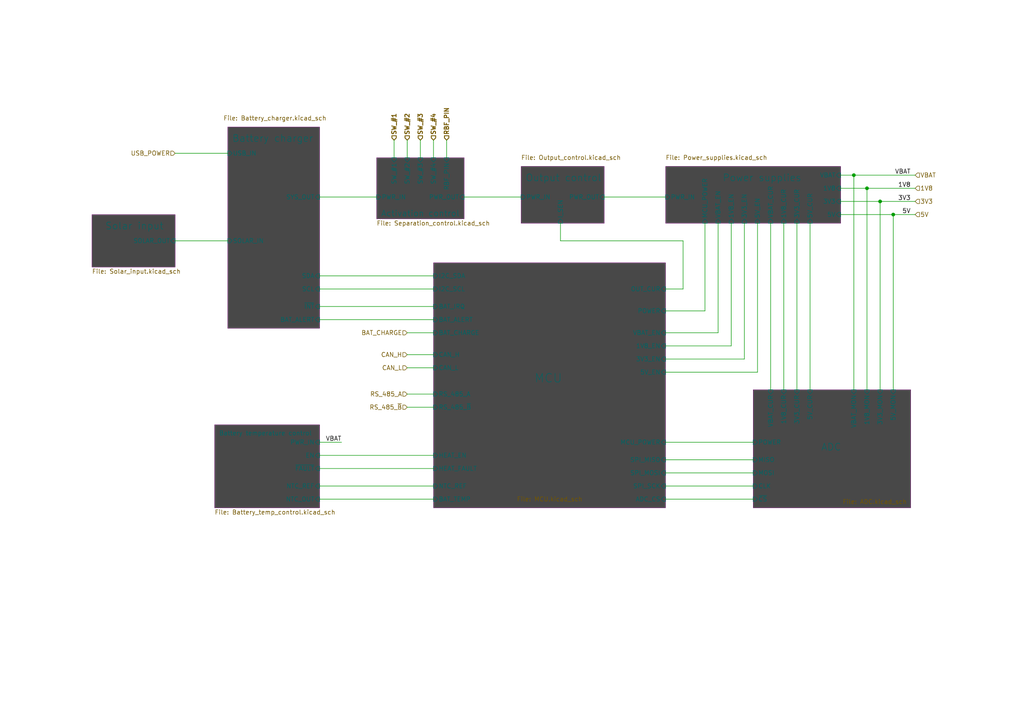
<source format=kicad_sch>
(kicad_sch (version 20210621) (generator eeschema)
  (paper "A4")
  (title_block (title "BUTCube - EPS") (date "2021-06-01") (rev "v1.0") (company "VUT - FIT(STRaDe) & FME(IAE & IPE)") (comment 1 "Author: Petr Malaník"))
  (lib_symbols)
  (junction (at 247.65 50.8) (diameter 0.9144))
  (junction (at 251.46 54.61) (diameter 0.9144))
  (junction (at 255.27 58.42) (diameter 0.9144))
  (junction (at 259.08 62.23) (diameter 0.9144))
  (wire (pts (xy 50.8 44.45) (xy 66.04 44.45)))
  (wire (pts (xy 50.8 69.85) (xy 66.04 69.85)))
  (wire (pts (xy 92.71 57.15) (xy 109.22 57.15)))
  (wire (pts (xy 92.71 80.01) (xy 125.73 80.01)))
  (wire (pts (xy 92.71 83.82) (xy 125.73 83.82)))
  (wire (pts (xy 92.71 88.9) (xy 125.73 88.9)))
  (wire (pts (xy 92.71 92.71) (xy 125.73 92.71)))
  (wire (pts (xy 92.71 128.27) (xy 99.06 128.27)))
  (wire (pts (xy 92.71 132.08) (xy 125.73 132.08)))
  (wire (pts (xy 92.71 135.89) (xy 125.73 135.89)))
  (wire (pts (xy 92.71 140.97) (xy 125.73 140.97)))
  (wire (pts (xy 92.71 144.78) (xy 125.73 144.78)))
  (wire (pts (xy 114.3 40.64) (xy 114.3 45.72)))
  (wire (pts (xy 118.11 40.64) (xy 118.11 45.72)))
  (wire (pts (xy 118.11 96.52) (xy 125.73 96.52)))
  (wire (pts (xy 118.11 102.87) (xy 125.73 102.87)))
  (wire (pts (xy 118.11 106.68) (xy 125.73 106.68)))
  (wire (pts (xy 118.11 114.3) (xy 125.73 114.3)))
  (wire (pts (xy 118.11 118.11) (xy 125.73 118.11)))
  (wire (pts (xy 121.92 40.64) (xy 121.92 45.72)))
  (wire (pts (xy 125.73 40.64) (xy 125.73 45.72)))
  (wire (pts (xy 129.54 40.64) (xy 129.54 45.72)))
  (wire (pts (xy 134.62 57.15) (xy 151.13 57.15)))
  (wire (pts (xy 162.56 64.77) (xy 162.56 69.85)))
  (wire (pts (xy 162.56 69.85) (xy 198.12 69.85)))
  (wire (pts (xy 175.26 57.15) (xy 193.04 57.15)))
  (wire (pts (xy 193.04 83.82) (xy 198.12 83.82)))
  (wire (pts (xy 193.04 90.17) (xy 204.47 90.17)))
  (wire (pts (xy 193.04 96.52) (xy 208.28 96.52)))
  (wire (pts (xy 193.04 100.33) (xy 212.09 100.33)))
  (wire (pts (xy 193.04 104.14) (xy 215.9 104.14)))
  (wire (pts (xy 193.04 107.95) (xy 219.71 107.95)))
  (wire (pts (xy 193.04 128.27) (xy 218.44 128.27)))
  (wire (pts (xy 193.04 133.35) (xy 218.44 133.35)))
  (wire (pts (xy 193.04 137.16) (xy 218.44 137.16)))
  (wire (pts (xy 193.04 140.97) (xy 218.44 140.97)))
  (wire (pts (xy 193.04 144.78) (xy 218.44 144.78)))
  (wire (pts (xy 198.12 69.85) (xy 198.12 83.82)))
  (wire (pts (xy 204.47 64.77) (xy 204.47 90.17)))
  (wire (pts (xy 208.28 64.77) (xy 208.28 96.52)))
  (wire (pts (xy 212.09 64.77) (xy 212.09 100.33)))
  (wire (pts (xy 215.9 64.77) (xy 215.9 104.14)))
  (wire (pts (xy 219.71 64.77) (xy 219.71 107.95)))
  (wire (pts (xy 223.52 64.77) (xy 223.52 113.03)))
  (wire (pts (xy 227.33 64.77) (xy 227.33 113.03)))
  (wire (pts (xy 231.14 64.77) (xy 231.14 113.03)))
  (wire (pts (xy 234.95 64.77) (xy 234.95 113.03)))
  (wire (pts (xy 243.84 50.8) (xy 247.65 50.8)))
  (wire (pts (xy 243.84 54.61) (xy 251.46 54.61)))
  (wire (pts (xy 243.84 58.42) (xy 255.27 58.42)))
  (wire (pts (xy 243.84 62.23) (xy 259.08 62.23)))
  (wire (pts (xy 247.65 50.8) (xy 247.65 113.03)))
  (wire (pts (xy 247.65 50.8) (xy 265.43 50.8)))
  (wire (pts (xy 251.46 54.61) (xy 251.46 113.03)))
  (wire (pts (xy 251.46 54.61) (xy 265.43 54.61)))
  (wire (pts (xy 255.27 58.42) (xy 255.27 113.03)))
  (wire (pts (xy 255.27 58.42) (xy 265.43 58.42)))
  (wire (pts (xy 259.08 62.23) (xy 259.08 113.03)))
  (wire (pts (xy 259.08 62.23) (xy 265.43 62.23)))
  (label "VBAT" (at 99.06 128.27 180))
  (label "VBAT" (at 264.16 50.8 180))
  (label "1V8" (at 264.16 54.61 180))
  (label "3V3" (at 264.16 58.42 180))
  (label "5V" (at 264.16 62.23 180))
  (hierarchical_label "USB_POWER" (shape input) (at 50.8 44.45 180))
  (hierarchical_label "SW_#1" (shape input) (at 114.3 40.64 90) (effects (font (thickness 0.254))))
  (hierarchical_label "SW_#2" (shape input) (at 118.11 40.64 90) (effects (font (thickness 0.254))))
  (hierarchical_label "BAT_CHARGE" (shape input) (at 118.11 96.52 180))
  (hierarchical_label "CAN_H" (shape input) (at 118.11 102.87 180))
  (hierarchical_label "CAN_L" (shape input) (at 118.11 106.68 180))
  (hierarchical_label "RS_485_A" (shape input) (at 118.11 114.3 180))
  (hierarchical_label "RS_485_~{B}" (shape input) (at 118.11 118.11 180))
  (hierarchical_label "SW_#3" (shape input) (at 121.92 40.64 90) (effects (font (thickness 0.254))))
  (hierarchical_label "SW_#4" (shape input) (at 125.73 40.64 90) (effects (font (thickness 0.254))))
  (hierarchical_label "RBF_PIN" (shape input) (at 129.54 40.64 90) (effects (font (thickness 0.254))))
  (hierarchical_label "VBAT" (shape input) (at 265.43 50.8 0))
  (hierarchical_label "1V8" (shape input) (at 265.43 54.61 0))
  (hierarchical_label "3V3" (shape input) (at 265.43 58.42 0))
  (hierarchical_label "5V" (shape input) (at 265.43 62.23 0))
  (sheet (at 218.44 113.03) (size 45.72 34.29) (stroke (width 0.001) (color 132 0 132 1)) (fill (color 72 72 72 1.0000))
    (property "Sheet name" "ADC" (at 238.1241 130.81 0) (effects (font (size 2 2)) (justify left bottom)))
    (property "Sheet file" "ADC.kicad_sch" (at 244.3489 144.78 0) (effects (justify left top)))
    (pin "VBAT_MON" input (at 247.65 113.03 90))
    (pin "VBAT_CUR" input (at 223.52 113.03 90))
    (pin "1V8_MON" input (at 251.46 113.03 90))
    (pin "1V8_CUR" input (at 227.33 113.03 90))
    (pin "3V3_MON" input (at 255.27 113.03 90))
    (pin "3V3_CUR" input (at 231.14 113.03 90))
    (pin "5V_MON" input (at 259.08 113.03 90))
    (pin "5V_CUR" input (at 234.95 113.03 90))
    (pin "~{CS}" input (at 218.44 144.78 180))
    (pin "MISO" input (at 218.44 133.35 180))
    (pin "MOSI" input (at 218.44 137.16 180))
    (pin "CLK" input (at 218.44 140.97 180))
    (pin "POWER" input (at 218.44 128.27 180))
  )
  (sheet (at 109.22 45.72) (size 25.4 17.78) (stroke (width 0.001) (color 132 0 132 1)) (fill (color 72 72 72 1.0000))
    (property "Sheet name" "Activation control" (at 110.49 62.8641 0) (effects (font (size 1.7 1.7)) (justify left bottom)))
    (property "Sheet file" "Separation_control.kicad_sch" (at 109.22 64.0089 0) (effects (justify left top)))
    (pin "PWR_IN" input (at 109.22 57.15 180))
    (pin "PWR_OUT" input (at 134.62 57.15 0))
    (pin "SW_#3" input (at 121.92 45.72 90))
    (pin "SW_#4" input (at 125.73 45.72 90))
    (pin "SW_#2" input (at 118.11 45.72 90))
    (pin "SW_#1" input (at 114.3 45.72 90))
    (pin "RBF_PIN" input (at 129.54 45.72 90))
  )
  (sheet (at 66.04 36.83) (size 26.67 58.42) (stroke (width 0.001) (color 132 0 132 1)) (fill (color 72 72 72 1.0000))
    (property "Sheet name" "Battery charger" (at 67.31 41.2741 0) (effects (font (size 2 2)) (justify left bottom)))
    (property "Sheet file" "Battery_charger.kicad_sch" (at 64.77 33.5289 0) (effects (justify left top)))
    (pin "USB_IN" input (at 66.04 44.45 180))
    (pin "SOLAR_IN" input (at 66.04 69.85 180))
    (pin "SYS_OUT" input (at 92.71 57.15 0))
    (pin "SCL" input (at 92.71 83.82 0))
    (pin "~{INT}" input (at 92.71 88.9 0))
    (pin "SDA" input (at 92.71 80.01 0))
    (pin "BAT_ALERT" input (at 92.71 92.71 0))
  )
  (sheet (at 62.23 123.19) (size 30.48 24.13) (stroke (width 0.001) (color 132 0 132 1)) (fill (color 72 72 72 1.0000))
    (property "Sheet name" "Battery temperature control" (at 63.5 126.3641 0) (effects (justify left bottom)))
    (property "Sheet file" "Battery_temp_control.kicad_sch" (at 62.23 147.8289 0) (effects (justify left top)))
    (pin "PWR_IN" input (at 92.71 128.27 0))
    (pin "EN" input (at 92.71 132.08 0))
    (pin "~{FAULT}" input (at 92.71 135.89 0))
    (pin "NTC_REF" input (at 92.71 140.97 0))
    (pin "NTC_OUT" input (at 92.71 144.78 0))
  )
  (sheet (at 125.73 76.2) (size 67.31 71.12) (stroke (width 0.001) (color 132 0 132 1)) (fill (color 72 72 72 1.0000))
    (property "Sheet name" "MCU" (at 154.94 111.1241 0) (effects (font (size 2.5 2.5)) (justify left bottom)))
    (property "Sheet file" "MCU.kicad_sch" (at 149.86 144.0189 0) (effects (justify left top)))
    (pin "CAN_H" input (at 125.73 102.87 180))
    (pin "CAN_L" input (at 125.73 106.68 180))
    (pin "POWER" input (at 193.04 90.17 0))
    (pin "3V3_EN" input (at 193.04 104.14 0))
    (pin "5V_EN" input (at 193.04 107.95 0))
    (pin "1V8_EN" input (at 193.04 100.33 0))
    (pin "VBAT_EN" input (at 193.04 96.52 0))
    (pin "BAT_CHARGE" input (at 125.73 96.52 180))
    (pin "RS_485_~{B}" input (at 125.73 118.11 180))
    (pin "RS_485_A" input (at 125.73 114.3 180))
    (pin "BAT_TEMP" input (at 125.73 144.78 180))
    (pin "I2C_SCL" input (at 125.73 83.82 180))
    (pin "I2C_SDA" input (at 125.73 80.01 180))
    (pin "BAT_ALERT" input (at 125.73 92.71 180))
    (pin "BAT_IRQ" input (at 125.73 88.9 180))
    (pin "HEAT_EN" input (at 125.73 132.08 180))
    (pin "HEAT_FAULT" input (at 125.73 135.89 180))
    (pin "OUT_CUR" input (at 193.04 83.82 0))
    (pin "MCU_POWER" input (at 193.04 128.27 0))
    (pin "ADC_CS" input (at 193.04 144.78 0))
    (pin "SPI_SCK" input (at 193.04 140.97 0))
    (pin "SPI_MISO" input (at 193.04 133.35 0))
    (pin "SPI_MOSI" input (at 193.04 137.16 0))
    (pin "NTC_REF" input (at 125.73 140.97 180))
  )
  (sheet (at 151.13 48.26) (size 24.13 16.51) (stroke (width 0.001) (color 132 0 132 1)) (fill (color 72 72 72 1.0000))
    (property "Sheet name" "Output control" (at 152.4 52.7041 0) (effects (font (size 2 2)) (justify left bottom)))
    (property "Sheet file" "Output_control.kicad_sch" (at 151.13 44.9589 0) (effects (justify left top)))
    (pin "PWR_IN" input (at 151.13 57.15 180))
    (pin "PWR_OUT" input (at 175.26 57.15 0))
    (pin "I_SEN" input (at 162.56 64.77 270))
  )
  (sheet (at 193.04 48.26) (size 50.8 16.51) (stroke (width 0.001) (color 132 0 132 1)) (fill (color 72 72 72 1.0000))
    (property "Sheet name" "Power supplies" (at 209.55 52.7041 0) (effects (font (size 2 2)) (justify left bottom)))
    (property "Sheet file" "Power_supplies.kicad_sch" (at 193.04 44.9589 0) (effects (justify left top)))
    (pin "PWR_IN" input (at 193.04 57.15 180))
    (pin "5V" input (at 243.84 62.23 0))
    (pin "VBAT" input (at 243.84 50.8 0))
    (pin "1V8" input (at 243.84 54.61 0))
    (pin "3V3" input (at 243.84 58.42 0))
    (pin "3V3_CUR" input (at 231.14 64.77 270))
    (pin "5V_CUR" input (at 234.95 64.77 270))
    (pin "VBAT_CUR" input (at 223.52 64.77 270))
    (pin "1V8_CUR" input (at 227.33 64.77 270))
    (pin "3V3_EN" input (at 215.9 64.77 270))
    (pin "MCU_POWER" input (at 204.47 64.77 270))
    (pin "VBAT_EN" input (at 208.28 64.77 270))
    (pin "1V8_EN" input (at 212.09 64.77 270))
    (pin "5V_EN" input (at 219.71 64.77 270))
  )
  (sheet (at 26.67 62.23) (size 24.13 15.24) (stroke (width 0.001) (color 132 0 132 1)) (fill (color 72 72 72 1.0000))
    (property "Sheet name" "Solar input" (at 30.48 66.6741 0) (effects (font (size 2 2)) (justify left bottom)))
    (property "Sheet file" "Solar_input.kicad_sch" (at 26.67 77.9789 0) (effects (justify left top)))
    (pin "SOLAR_OUT" input (at 50.8 69.85 0))
  )
)
</source>
